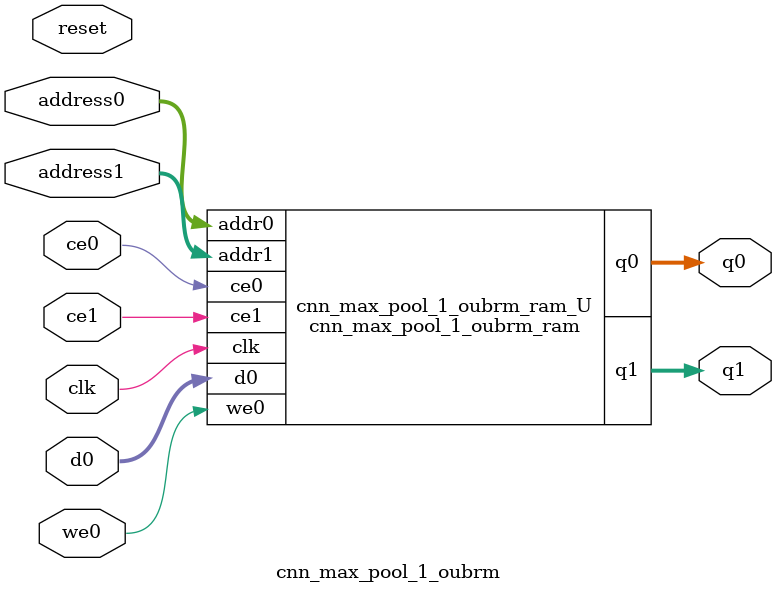
<source format=v>
`timescale 1 ns / 1 ps
module cnn_max_pool_1_oubrm_ram (addr0, ce0, d0, we0, q0, addr1, ce1, q1,  clk);

parameter DWIDTH = 14;
parameter AWIDTH = 7;
parameter MEM_SIZE = 120;

input[AWIDTH-1:0] addr0;
input ce0;
input[DWIDTH-1:0] d0;
input we0;
output reg[DWIDTH-1:0] q0;
input[AWIDTH-1:0] addr1;
input ce1;
output reg[DWIDTH-1:0] q1;
input clk;

(* ram_style = "block" *)reg [DWIDTH-1:0] ram[0:MEM_SIZE-1];




always @(posedge clk)  
begin 
    if (ce0) 
    begin
        if (we0) 
        begin 
            ram[addr0] <= d0; 
        end 
        q0 <= ram[addr0];
    end
end


always @(posedge clk)  
begin 
    if (ce1) 
    begin
        q1 <= ram[addr1];
    end
end


endmodule

`timescale 1 ns / 1 ps
module cnn_max_pool_1_oubrm(
    reset,
    clk,
    address0,
    ce0,
    we0,
    d0,
    q0,
    address1,
    ce1,
    q1);

parameter DataWidth = 32'd14;
parameter AddressRange = 32'd120;
parameter AddressWidth = 32'd7;
input reset;
input clk;
input[AddressWidth - 1:0] address0;
input ce0;
input we0;
input[DataWidth - 1:0] d0;
output[DataWidth - 1:0] q0;
input[AddressWidth - 1:0] address1;
input ce1;
output[DataWidth - 1:0] q1;



cnn_max_pool_1_oubrm_ram cnn_max_pool_1_oubrm_ram_U(
    .clk( clk ),
    .addr0( address0 ),
    .ce0( ce0 ),
    .we0( we0 ),
    .d0( d0 ),
    .q0( q0 ),
    .addr1( address1 ),
    .ce1( ce1 ),
    .q1( q1 ));

endmodule


</source>
